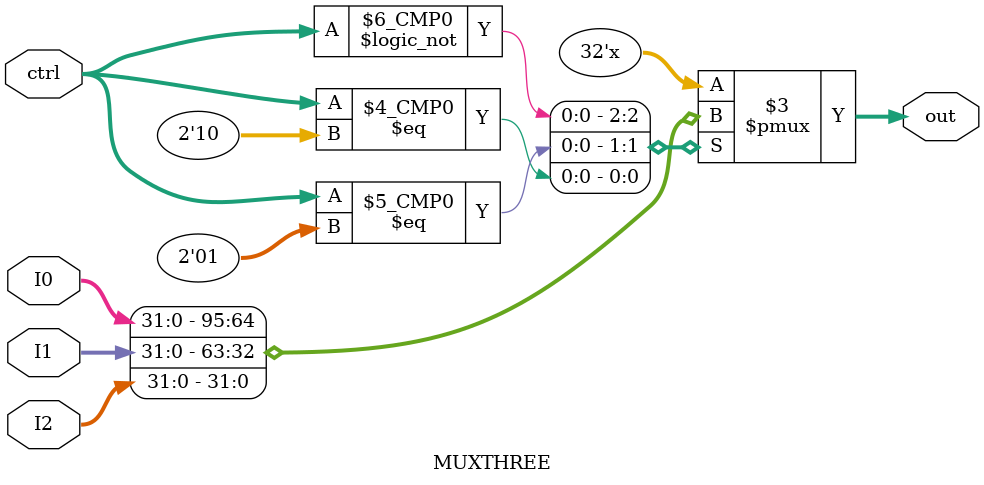
<source format=v>
module MUXTHREE (I0,I1,I2,ctrl,out);
	input[width-1:0] I0,I1,I2;
	input [1:0]ctrl;
	output reg[width-1:0] out;
	parameter width=32;

	always @(I0 or I1 or I2 or ctrl) begin
		case(ctrl)
			3'b000: out=I0;
			3'b001: out=I1;
			3'b010: out=I2;
		endcase
	end
endmodule

</source>
